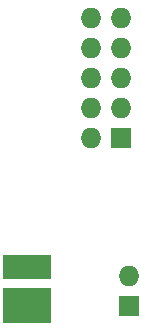
<source format=gbs>
G04 #@! TF.FileFunction,Soldermask,Bot*
%FSLAX46Y46*%
G04 Gerber Fmt 4.6, Leading zero omitted, Abs format (unit mm)*
G04 Created by KiCad (PCBNEW 0.201510090346+6256~30~ubuntu14.04.1-product) date Son 11 Okt 2015 11:49:56 CEST*
%MOMM*%
G01*
G04 APERTURE LIST*
%ADD10C,0.200000*%
%ADD11R,1.000000X1.000000*%
%ADD12R,1.727200X1.727200*%
%ADD13O,1.727200X1.727200*%
G04 APERTURE END LIST*
D10*
D11*
X141502000Y-110700000D03*
X141502000Y-109700000D03*
X141502000Y-108700000D03*
X144502000Y-110700000D03*
X144502000Y-109700000D03*
X144502000Y-108700000D03*
X143502000Y-110700000D03*
X143502000Y-109700000D03*
X143502000Y-108700000D03*
X142502000Y-108700000D03*
X142502000Y-110700000D03*
X142502000Y-106950000D03*
X143502000Y-106950000D03*
X141502000Y-106950000D03*
X144502000Y-106950000D03*
X141502000Y-105950000D03*
X142502000Y-105950000D03*
X143502000Y-105950000D03*
X142502000Y-109700000D03*
X144502000Y-105950000D03*
D12*
X151000000Y-95500000D03*
D13*
X148460000Y-95500000D03*
X151000000Y-92960000D03*
X148460000Y-92960000D03*
X151000000Y-90420000D03*
X148460000Y-90420000D03*
X151000000Y-87880000D03*
X148460000Y-87880000D03*
X151000000Y-85340000D03*
X148460000Y-85340000D03*
D12*
X151638000Y-109728000D03*
D13*
X151638000Y-107188000D03*
M02*

</source>
